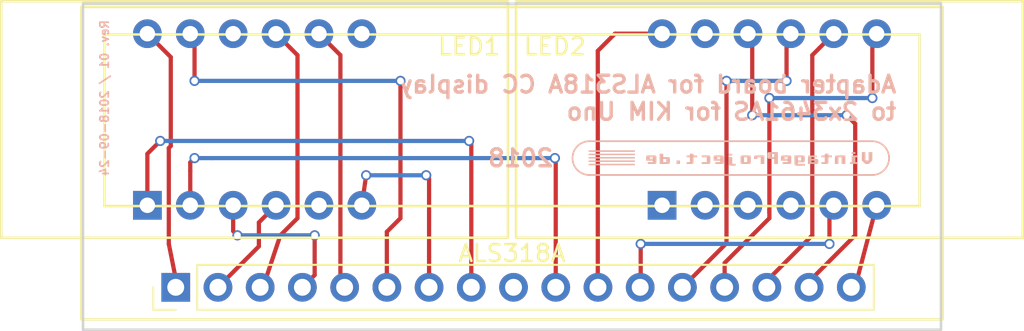
<source format=kicad_pcb>
(kicad_pcb (version 20171130) (host pcbnew "(5.0.0)")

  (general
    (thickness 1.6)
    (drawings 7)
    (tracks 95)
    (zones 0)
    (modules 4)
    (nets 26)
  )

  (page A4)
  (title_block
    (title "ALS318A to 2x 2364AS adapter board for KIM Uno")
    (date 2018-07-23)
    (rev 00)
    (company VintageProject)
  )

  (layers
    (0 F.Cu signal)
    (31 B.Cu signal)
    (32 B.Adhes user)
    (33 F.Adhes user)
    (34 B.Paste user)
    (35 F.Paste user)
    (36 B.SilkS user)
    (37 F.SilkS user)
    (38 B.Mask user)
    (39 F.Mask user)
    (40 Dwgs.User user)
    (41 Cmts.User user)
    (42 Eco1.User user)
    (43 Eco2.User user)
    (44 Edge.Cuts user)
    (45 Margin user)
    (46 B.CrtYd user)
    (47 F.CrtYd user)
    (48 B.Fab user)
    (49 F.Fab user)
  )

  (setup
    (last_trace_width 0.25)
    (trace_clearance 0.2)
    (zone_clearance 0.508)
    (zone_45_only no)
    (trace_min 0.2)
    (segment_width 0.2)
    (edge_width 0.15)
    (via_size 0.6)
    (via_drill 0.4)
    (via_min_size 0.4)
    (via_min_drill 0.3)
    (blind_buried_vias_allowed yes)
    (uvia_size 0.3)
    (uvia_drill 0.1)
    (uvias_allowed no)
    (uvia_min_size 0.2)
    (uvia_min_drill 0.1)
    (pcb_text_width 0.3)
    (pcb_text_size 1.5 1.5)
    (mod_edge_width 0.15)
    (mod_text_size 1 1)
    (mod_text_width 0.15)
    (pad_size 1.7 1.7)
    (pad_drill 0.9144)
    (pad_to_mask_clearance 0.2)
    (aux_axis_origin 0 0)
    (visible_elements 7FFFFFFF)
    (pcbplotparams
      (layerselection 0x010f0_ffffffff)
      (usegerberextensions false)
      (usegerberattributes false)
      (usegerberadvancedattributes false)
      (creategerberjobfile false)
      (excludeedgelayer true)
      (linewidth 0.100000)
      (plotframeref false)
      (viasonmask false)
      (mode 1)
      (useauxorigin false)
      (hpglpennumber 1)
      (hpglpenspeed 20)
      (hpglpendiameter 15.000000)
      (psnegative false)
      (psa4output false)
      (plotreference true)
      (plotvalue true)
      (plotinvisibletext false)
      (padsonsilk false)
      (subtractmaskfromsilk false)
      (outputformat 1)
      (mirror false)
      (drillshape 0)
      (scaleselection 1)
      (outputdirectory "Gerber_rev01/"))
  )

  (net 0 "")
  (net 1 /CC1)
  (net 2 /CC2)
  (net 3 /CC3)
  (net 4 /CC4)
  (net 5 /CC5)
  (net 6 /CC6)
  (net 7 /CC7)
  (net 8 /CC8)
  (net 9 /CC9)
  (net 10 /Seg_1c)
  (net 11 /Seg_1h)
  (net 12 /Seg_1a)
  (net 13 /Seg_1e)
  (net 14 /Seg_2d)
  (net 15 /Seg_2g)
  (net 16 /Seg_2b)
  (net 17 /Seg_2f)
  (net 18 /Seg_1d)
  (net 19 /Seg_1g)
  (net 20 /Seg_1b)
  (net 21 /Seg_1f)
  (net 22 /Seg_2e)
  (net 23 /Seg_2h)
  (net 24 /Seg_2c)
  (net 25 /Seg_2a)

  (net_class Default "This is the default net class."
    (clearance 0.2)
    (trace_width 0.25)
    (via_dia 0.6)
    (via_drill 0.4)
    (uvia_dia 0.3)
    (uvia_drill 0.1)
    (add_net /CC1)
    (add_net /CC2)
    (add_net /CC3)
    (add_net /CC4)
    (add_net /CC5)
    (add_net /CC6)
    (add_net /CC7)
    (add_net /CC8)
    (add_net /CC9)
    (add_net /Seg_1a)
    (add_net /Seg_1b)
    (add_net /Seg_1c)
    (add_net /Seg_1d)
    (add_net /Seg_1e)
    (add_net /Seg_1f)
    (add_net /Seg_1g)
    (add_net /Seg_1h)
    (add_net /Seg_2a)
    (add_net /Seg_2b)
    (add_net /Seg_2c)
    (add_net /Seg_2d)
    (add_net /Seg_2e)
    (add_net /Seg_2f)
    (add_net /Seg_2g)
    (add_net /Seg_2h)
  )

  (module Thilo_Lib:ALS318A_BubbleLED_2.5mm (layer F.Cu) (tedit 5BA92515) (tstamp 5BA9BEDE)
    (at 102.87 77.216)
    (descr "Through hole straight pin header, 1x17, 2.54mm pitch, single row")
    (tags "Through hole pin header THT 1x17 2.54mm single row")
    (path /5B558978)
    (fp_text reference J1 (at -5.08 -3.51) (layer F.SilkS) hide
      (effects (font (size 1 1) (thickness 0.15)))
    )
    (fp_text value ALS318A (at -1.27 -1.986) (layer F.SilkS)
      (effects (font (size 1 1) (thickness 0.15)))
    )
    (fp_line (start -22.98 -1.77) (end -22.98 1.83) (layer F.CrtYd) (width 0.05))
    (fp_line (start 20.63 -1.77) (end -22.98 -1.77) (layer F.CrtYd) (width 0.05))
    (fp_line (start 20.63 1.83) (end 20.63 -1.77) (layer F.CrtYd) (width 0.05))
    (fp_line (start -22.98 1.83) (end 20.63 1.83) (layer F.CrtYd) (width 0.05))
    (fp_line (start -22.51 1.36) (end -22.51 0.03) (layer F.SilkS) (width 0.12))
    (fp_line (start -21.18 1.36) (end -22.51 1.36) (layer F.SilkS) (width 0.12))
    (fp_line (start -19.91 1.36) (end -19.91 -1.3) (layer F.SilkS) (width 0.12))
    (fp_line (start -19.91 -1.3) (end 20.15 -1.3) (layer F.SilkS) (width 0.12))
    (fp_line (start -19.91 1.36) (end 20.15 1.36) (layer F.SilkS) (width 0.12))
    (fp_line (start 20.15 1.36) (end 20.15 -1.3) (layer F.SilkS) (width 0.12))
    (fp_line (start -21.815 1.3) (end -22.45 0.665) (layer F.Fab) (width 0.1))
    (fp_line (start 20.09 1.3) (end -22.455 1.3) (layer F.Fab) (width 0.1))
    (fp_line (start 20.09 -1.24) (end 20.09 1.3) (layer F.Fab) (width 0.1))
    (fp_line (start -22.46 -1.24) (end 20.09 -1.24) (layer F.Fab) (width 0.1))
    (fp_line (start -22.45 0.665) (end -22.45 -1.24) (layer F.Fab) (width 0.1))
    (fp_line (start -26.77 1.93) (end 24.23 1.93) (layer F.SilkS) (width 0.15))
    (fp_line (start -26.77 -16.57) (end 24.23 -16.57) (layer F.SilkS) (width 0.15))
    (fp_line (start 24.23 -16.57) (end 24.23 1.93) (layer F.SilkS) (width 0.15))
    (fp_line (start -26.77 -16.57) (end -26.77 1.93) (layer F.SilkS) (width 0.15))
    (fp_line (start -25.4 -4.78) (end -25.4 -14.94) (layer F.SilkS) (width 0.15))
    (fp_line (start 22.86 -4.78) (end -25.4 -4.78) (layer F.SilkS) (width 0.15))
    (fp_line (start 22.86 -14.94) (end 22.86 -4.78) (layer F.SilkS) (width 0.15))
    (fp_line (start -25.4 -14.94) (end 22.86 -14.94) (layer F.SilkS) (width 0.15))
    (pad 17 thru_hole oval (at 18.82 0.03 90) (size 1.7 1.7) (drill 1) (layers *.Cu *.Mask)
      (net 9 /CC9))
    (pad 16 thru_hole oval (at 16.32 0.03 90) (size 1.7 1.7) (drill 1) (layers *.Cu *.Mask)
      (net 17 /Seg_2f))
    (pad 15 thru_hole oval (at 13.82 0.03 90) (size 1.7 1.7) (drill 1) (layers *.Cu *.Mask)
      (net 8 /CC8))
    (pad 14 thru_hole oval (at 11.32 0.03 90) (size 1.7 1.7) (drill 1) (layers *.Cu *.Mask)
      (net 16 /Seg_2b))
    (pad 13 thru_hole oval (at 8.82 0.03 90) (size 1.7 1.7) (drill 1) (layers *.Cu *.Mask)
      (net 7 /CC7))
    (pad 12 thru_hole oval (at 6.32 0.03 90) (size 1.7 1.7) (drill 1) (layers *.Cu *.Mask)
      (net 15 /Seg_2g))
    (pad 11 thru_hole oval (at 3.82 0.03 90) (size 1.7 1.7) (drill 1) (layers *.Cu *.Mask)
      (net 6 /CC6))
    (pad 10 thru_hole oval (at 1.32 0.03 90) (size 1.7 1.7) (drill 1) (layers *.Cu *.Mask)
      (net 18 /Seg_1d))
    (pad 9 thru_hole oval (at -1.18 0.03 90) (size 1.7 1.7) (drill 1) (layers *.Cu *.Mask)
      (net 5 /CC5))
    (pad 8 thru_hole oval (at -3.68 0.03 90) (size 1.7 1.7) (drill 1) (layers *.Cu *.Mask)
      (net 13 /Seg_1e))
    (pad 7 thru_hole oval (at -6.18 0.03 90) (size 1.7 1.7) (drill 1) (layers *.Cu *.Mask)
      (net 4 /CC4))
    (pad 6 thru_hole oval (at -8.68 0.03 90) (size 1.7 1.7) (drill 1) (layers *.Cu *.Mask)
      (net 12 /Seg_1a))
    (pad 5 thru_hole oval (at -11.18 0.03 90) (size 1.7 1.7) (drill 1) (layers *.Cu *.Mask)
      (net 3 /CC3))
    (pad 4 thru_hole oval (at -13.68 0.03 90) (size 1.7 1.7) (drill 1) (layers *.Cu *.Mask)
      (net 11 /Seg_1h))
    (pad 3 thru_hole oval (at -16.18 0.03 90) (size 1.7 1.7) (drill 1) (layers *.Cu *.Mask)
      (net 2 /CC2))
    (pad 2 thru_hole oval (at -18.68 0.03 90) (size 1.7 1.7) (drill 1) (layers *.Cu *.Mask)
      (net 10 /Seg_1c))
    (pad 1 thru_hole rect (at -21.18 0.03 90) (size 1.7 1.7) (drill 1) (layers *.Cu *.Mask)
      (net 1 /CC1))
    (model ${KISYS3DMOD}/Pin_Headers.3dshapes/Pin_Header_Straight_1x17_Pitch2.54mm.wrl
      (at (xyz 0 0 0))
      (scale (xyz 1 1 1))
      (rotate (xyz 0 0 0))
    )
  )

  (module Thilo_Lib:3461AS-BS_4x7SEG-DIGIT_9mm (layer F.Cu) (tedit 5BA9250A) (tstamp 5B55AD6C)
    (at 86.36 67.31)
    (descr "LED Display 4x7 segments")
    (tags 3461AS)
    (path /5B557584)
    (fp_text reference LED1 (at 12.7 -4.318) (layer F.SilkS)
      (effects (font (size 1 1) (thickness 0.15)))
    )
    (fp_text value CC56-12 (at 0 8.89) (layer F.Fab) hide
      (effects (font (size 1 1) (thickness 0.15)))
    )
    (fp_line (start 0 -7) (end 15 -7) (layer F.SilkS) (width 0.15))
    (fp_line (start 15 -7) (end 15 7) (layer F.SilkS) (width 0.15))
    (fp_line (start 15 7) (end 0 7) (layer F.SilkS) (width 0.15))
    (fp_line (start -15 -7) (end -15 7) (layer F.SilkS) (width 0.15))
    (fp_line (start -15 7) (end 0 7) (layer F.SilkS) (width 0.15))
    (fp_line (start 0 -7) (end -15 -7) (layer F.SilkS) (width 0.15))
    (pad 1 thru_hole rect (at -6.35 5.08) (size 1.7 1.7) (drill 0.9144) (layers *.Cu *.Mask)
      (net 13 /Seg_1e))
    (pad 2 thru_hole circle (at -3.81 5.08) (size 1.7 1.7) (drill 0.9144) (layers *.Cu *.Mask)
      (net 18 /Seg_1d))
    (pad 3 thru_hole circle (at -1.27 5.08) (size 1.7 1.7) (drill 0.9144) (layers *.Cu *.Mask)
      (net 11 /Seg_1h))
    (pad 4 thru_hole circle (at 1.27 5.08) (size 1.7 1.7) (drill 0.9144) (layers *.Cu *.Mask)
      (net 10 /Seg_1c))
    (pad 5 thru_hole circle (at 3.81 5.08) (size 1.7 1.7) (drill 0.9144) (layers *.Cu *.Mask)
      (net 19 /Seg_1g))
    (pad 6 thru_hole circle (at 6.35 5.08) (size 1.7 1.7) (drill 0.9144) (layers *.Cu *.Mask)
      (net 4 /CC4))
    (pad 7 thru_hole circle (at 6.35 -5.08) (size 1.7 1.7) (drill 0.9144) (layers *.Cu *.Mask)
      (net 20 /Seg_1b))
    (pad 8 thru_hole circle (at 3.81 -5.08) (size 1.7 1.7) (drill 0.9144) (layers *.Cu *.Mask)
      (net 3 /CC3))
    (pad 12 thru_hole circle (at -6.35 -5.08) (size 1.7 1.7) (drill 0.9144) (layers *.Cu *.Mask)
      (net 1 /CC1))
    (pad 11 thru_hole circle (at -3.81 -5.08) (size 1.7 1.7) (drill 0.9144) (layers *.Cu *.Mask)
      (net 12 /Seg_1a))
    (pad 10 thru_hole circle (at -1.27 -5.08) (size 1.7 1.7) (drill 0.9144) (layers *.Cu *.Mask)
      (net 21 /Seg_1f))
    (pad 9 thru_hole circle (at 1.27 -5.08) (size 1.7 1.7) (drill 0.9144) (layers *.Cu *.Mask)
      (net 2 /CC2))
  )

  (module Thilo_Lib:3461AS-BS_4x7SEG-DIGIT_9mm (layer F.Cu) (tedit 5BA9250E) (tstamp 5B55AD82)
    (at 116.84 67.31)
    (descr "LED Display 4x7 segments")
    (tags 3461AS)
    (path /5B557602)
    (fp_text reference LED2 (at -12.7 -4.318) (layer F.SilkS)
      (effects (font (size 1 1) (thickness 0.15)))
    )
    (fp_text value CC56-12 (at 0 8.89) (layer F.Fab) hide
      (effects (font (size 1 1) (thickness 0.15)))
    )
    (fp_line (start 0 -7) (end 15 -7) (layer F.SilkS) (width 0.15))
    (fp_line (start 15 -7) (end 15 7) (layer F.SilkS) (width 0.15))
    (fp_line (start 15 7) (end 0 7) (layer F.SilkS) (width 0.15))
    (fp_line (start -15 -7) (end -15 7) (layer F.SilkS) (width 0.15))
    (fp_line (start -15 7) (end 0 7) (layer F.SilkS) (width 0.15))
    (fp_line (start 0 -7) (end -15 -7) (layer F.SilkS) (width 0.15))
    (pad 1 thru_hole rect (at -6.35 5.08) (size 1.7 1.7) (drill 0.9144) (layers *.Cu *.Mask)
      (net 22 /Seg_2e))
    (pad 2 thru_hole circle (at -3.81 5.08) (size 1.7 1.7) (drill 0.9144) (layers *.Cu *.Mask)
      (net 14 /Seg_2d))
    (pad 3 thru_hole circle (at -1.27 5.08) (size 1.7 1.7) (drill 0.9144) (layers *.Cu *.Mask)
      (net 23 /Seg_2h))
    (pad 4 thru_hole circle (at 1.27 5.08) (size 1.7 1.7) (drill 0.9144) (layers *.Cu *.Mask)
      (net 24 /Seg_2c))
    (pad 5 thru_hole circle (at 3.81 5.08) (size 1.7 1.7) (drill 0.9144) (layers *.Cu *.Mask)
      (net 15 /Seg_2g))
    (pad 6 thru_hole circle (at 6.35 5.08) (size 1.7 1.7) (drill 0.9144) (layers *.Cu *.Mask)
      (net 9 /CC9))
    (pad 7 thru_hole circle (at 6.35 -5.08) (size 1.7 1.7) (drill 0.9144) (layers *.Cu *.Mask)
      (net 16 /Seg_2b))
    (pad 8 thru_hole circle (at 3.81 -5.08) (size 1.7 1.7) (drill 0.9144) (layers *.Cu *.Mask)
      (net 8 /CC8))
    (pad 12 thru_hole circle (at -6.35 -5.08) (size 1.7 1.7) (drill 0.9144) (layers *.Cu *.Mask)
      (net 6 /CC6))
    (pad 11 thru_hole circle (at -3.81 -5.08) (size 1.7 1.7) (drill 0.9144) (layers *.Cu *.Mask)
      (net 25 /Seg_2a))
    (pad 10 thru_hole circle (at -1.27 -5.08) (size 1.7 1.7) (drill 0.9144) (layers *.Cu *.Mask)
      (net 17 /Seg_2f))
    (pad 9 thru_hole circle (at 1.27 -5.08) (size 1.7 1.7) (drill 0.9144) (layers *.Cu *.Mask)
      (net 7 /CC7))
  )

  (module Thilo_Lib:LOGO_VintageProject_B.SilkS (layer F.Cu) (tedit 5B57178C) (tstamp 5B574EF6)
    (at 115.824 69.596)
    (fp_text reference " " (at -1.27 0) (layer F.SilkS) hide
      (effects (font (size 1.524 1.524) (thickness 0.3)))
    )
    (fp_text value " " (at 0 2.54) (layer F.SilkS) hide
      (effects (font (size 1.524 1.524) (thickness 0.3)))
    )
    (fp_arc (start -9.642929 0) (end -9.642929 -1) (angle -180) (layer B.SilkS) (width 0.1))
    (fp_line (start 7.102929 1) (end -9.642929 1) (layer B.SilkS) (width 0.1))
    (fp_line (start 7.102929 -1) (end -9.642929 -1) (layer B.SilkS) (width 0.1))
    (fp_arc (start 7.102929 0) (end 7.102929 -1) (angle 180) (layer B.SilkS) (width 0.1))
    (fp_poly (pts (xy 2.503714 0.102968) (xy 2.504098 0.189799) (xy 2.505227 0.262355) (xy 2.50707 0.319734)
      (xy 2.509595 0.361036) (xy 2.512771 0.385358) (xy 2.513769 0.388993) (xy 2.519694 0.403898)
      (xy 2.527251 0.415868) (xy 2.538344 0.425226) (xy 2.554878 0.43229) (xy 2.578757 0.437383)
      (xy 2.611886 0.440825) (xy 2.656171 0.442936) (xy 2.713515 0.444037) (xy 2.785823 0.44445)
      (xy 2.843442 0.4445) (xy 3.1115 0.4445) (xy 3.1115 0.344714) (xy 2.703286 0.344714)
      (xy 2.703286 0.246007) (xy 2.880982 0.2432) (xy 3.058679 0.240393) (xy 3.080554 0.214941)
      (xy 3.088706 0.204717) (xy 3.094524 0.193981) (xy 3.098395 0.179656) (xy 3.100704 0.158668)
      (xy 3.101834 0.12794) (xy 3.102173 0.084399) (xy 3.10214 0.042584) (xy 3.101392 -0.022388)
      (xy 3.100053 -0.054429) (xy 2.902857 -0.054429) (xy 2.902857 0.145143) (xy 2.703286 0.145143)
      (xy 2.703286 -0.054429) (xy 2.902857 -0.054429) (xy 3.100053 -0.054429) (xy 3.099394 -0.070172)
      (xy 3.096083 -0.101687) (xy 3.091393 -0.117849) (xy 3.090801 -0.118715) (xy 3.082271 -0.128548)
      (xy 3.072081 -0.136382) (xy 3.058204 -0.142444) (xy 3.038616 -0.146959) (xy 3.011292 -0.150152)
      (xy 2.974207 -0.152248) (xy 2.925334 -0.153473) (xy 2.86265 -0.154053) (xy 2.784129 -0.154213)
      (xy 2.771918 -0.154214) (xy 2.503714 -0.154214) (xy 2.503714 0.102968)) (layer B.SilkS) (width 0.01))
    (fp_poly (pts (xy -1.387929 0.152861) (xy -1.387459 0.226555) (xy -1.386101 0.288867) (xy -1.383927 0.33806)
      (xy -1.381011 0.372396) (xy -1.377874 0.388993) (xy -1.369918 0.407073) (xy -1.358726 0.42079)
      (xy -1.341914 0.430731) (xy -1.317098 0.437483) (xy -1.281893 0.441633) (xy -1.233918 0.443769)
      (xy -1.170787 0.444477) (xy -1.152522 0.4445) (xy -0.988786 0.4445) (xy -0.988786 0.344714)
      (xy -1.188357 0.344714) (xy -1.188357 -0.054429) (xy -1.387929 -0.054429) (xy -1.387929 0.152861)) (layer B.SilkS) (width 0.01))
    (fp_poly (pts (xy -9.688286 0.417286) (xy -6.948714 0.417286) (xy -6.948714 0.344714) (xy -9.688286 0.344714)
      (xy -9.688286 0.417286)) (layer B.SilkS) (width 0.01))
    (fp_poly (pts (xy 6.894286 0.145757) (xy 6.69925 0.140607) (xy 6.696836 -0.106589) (xy 6.694423 -0.353786)
      (xy 6.495143 -0.353786) (xy 6.495143 0.140903) (xy 6.597338 0.242809) (xy 6.699534 0.344714)
      (xy 6.899117 0.344714) (xy 7.001023 0.242519) (xy 7.102929 0.140323) (xy 7.102929 -0.353786)
      (xy 6.894286 -0.353786) (xy 6.894286 0.145757)) (layer B.SilkS) (width 0.01))
    (fp_poly (pts (xy 5.896429 0.244929) (xy 5.796643 0.244929) (xy 5.796643 0.344714) (xy 6.204857 0.344714)
      (xy 6.204857 0.244929) (xy 6.105072 0.244929) (xy 6.105072 -0.054429) (xy 6.204857 -0.054429)
      (xy 6.204857 -0.154214) (xy 5.896429 -0.154214) (xy 5.896429 0.244929)) (layer B.SilkS) (width 0.01))
    (fp_poly (pts (xy 5.236482 -0.15408) (xy 5.151378 -0.153806) (xy 5.082964 -0.153036) (xy 5.029795 -0.151714)
      (xy 4.990424 -0.149782) (xy 4.963403 -0.147184) (xy 4.947288 -0.143863) (xy 4.943929 -0.142505)
      (xy 4.930806 -0.133842) (xy 4.920494 -0.121238) (xy 4.912662 -0.102614) (xy 4.906975 -0.07589)
      (xy 4.903103 -0.038986) (xy 4.900714 0.010178) (xy 4.899475 0.073681) (xy 4.899084 0.138339)
      (xy 4.898572 0.344714) (xy 5.098143 0.344714) (xy 5.098143 -0.054429) (xy 5.297714 -0.054429)
      (xy 5.297714 0.344714) (xy 5.506357 0.344714) (xy 5.506357 -0.154214) (xy 5.236482 -0.15408)) (layer B.SilkS) (width 0.01))
    (fp_poly (pts (xy 4.299857 -0.154214) (xy 4.100286 -0.154214) (xy 4.100286 -0.054429) (xy 4.299857 -0.054429)
      (xy 4.299857 0.244929) (xy 4.100286 0.244929) (xy 4.100286 0.344714) (xy 4.265839 0.344139)
      (xy 4.320117 0.343528) (xy 4.369174 0.342182) (xy 4.409696 0.340256) (xy 4.438366 0.337903)
      (xy 4.451275 0.335556) (xy 4.467888 0.327109) (xy 4.480592 0.315277) (xy 4.489989 0.297645)
      (xy 4.496679 0.271798) (xy 4.501263 0.235321) (xy 4.504342 0.185799) (xy 4.506516 0.120817)
      (xy 4.506726 0.112611) (xy 4.510911 -0.054429) (xy 4.708072 -0.054429) (xy 4.708072 -0.154214)
      (xy 4.5085 -0.154214) (xy 4.5085 -0.254) (xy 4.299857 -0.254) (xy 4.299857 -0.154214)) (layer B.SilkS) (width 0.01))
    (fp_poly (pts (xy 3.508532 -0.153795) (xy 3.444124 -0.152565) (xy 3.394909 -0.150564) (xy 3.361868 -0.147831)
      (xy 3.345993 -0.144413) (xy 3.332894 -0.135374) (xy 3.322628 -0.12251) (xy 3.314863 -0.103718)
      (xy 3.309269 -0.076895) (xy 3.305518 -0.03994) (xy 3.303278 0.009252) (xy 3.302219 0.072781)
      (xy 3.302 0.13578) (xy 3.302 0.344714) (xy 3.846 0.344714) (xy 3.875415 0.318432)
      (xy 3.888792 0.305924) (xy 3.897347 0.294406) (xy 3.902169 0.279589) (xy 3.904347 0.257185)
      (xy 3.904973 0.222907) (xy 3.90504 0.201888) (xy 3.903684 0.148125) (xy 3.903301 0.145143)
      (xy 3.701143 0.145143) (xy 3.701143 0.244929) (xy 3.501571 0.244929) (xy 3.501571 0.145143)
      (xy 3.701143 0.145143) (xy 3.903301 0.145143) (xy 3.898695 0.109324) (xy 3.889125 0.082507)
      (xy 3.874026 0.064692) (xy 3.858469 0.055431) (xy 3.840447 0.051583) (xy 3.806247 0.048569)
      (xy 3.757818 0.046493) (xy 3.697111 0.045457) (xy 3.668966 0.045357) (xy 3.501571 0.045357)
      (xy 3.501571 -0.054429) (xy 3.81 -0.054429) (xy 3.81 -0.154214) (xy 3.587154 -0.154214)
      (xy 3.508532 -0.153795)) (layer B.SilkS) (width 0.01))
    (fp_poly (pts (xy 1.94431 -0.154376) (xy 1.887044 -0.15357) (xy 1.835879 -0.152165) (xy 1.793841 -0.150159)
      (xy 1.763958 -0.147546) (xy 1.749421 -0.144413) (xy 1.731899 -0.129725) (xy 1.719283 -0.105753)
      (xy 1.711029 -0.070276) (xy 1.706598 -0.021071) (xy 1.705429 0.035994) (xy 1.705429 0.145143)
      (xy 2.104572 0.145143) (xy 2.104572 0.244929) (xy 1.805214 0.244929) (xy 1.805214 0.344714)
      (xy 2.25111 0.344714) (xy 2.304143 0.291681) (xy 2.303854 0.09368) (xy 2.303617 0.025653)
      (xy 2.302847 -0.026616) (xy 2.301612 -0.054429) (xy 2.104572 -0.054429) (xy 2.104572 0.045357)
      (xy 1.905 0.045357) (xy 1.905 -0.054429) (xy 2.104572 -0.054429) (xy 2.301612 -0.054429)
      (xy 2.30112 -0.065509) (xy 2.298013 -0.093411) (xy 2.2931 -0.112705) (xy 2.285959 -0.125776)
      (xy 2.276166 -0.135006) (xy 2.263296 -0.14278) (xy 2.26165 -0.143661) (xy 2.246458 -0.146914)
      (xy 2.216172 -0.1496) (xy 2.173821 -0.151715) (xy 2.122431 -0.153255) (xy 2.065031 -0.154214)
      (xy 2.004648 -0.15459) (xy 1.94431 -0.154376)) (layer B.SilkS) (width 0.01))
    (fp_poly (pts (xy 1.151746 -0.353442) (xy 1.077415 -0.352421) (xy 1.019651 -0.350738) (xy 0.978912 -0.348409)
      (xy 0.955652 -0.345449) (xy 0.951136 -0.343984) (xy 0.934201 -0.330156) (xy 0.921875 -0.307922)
      (xy 0.913621 -0.274985) (xy 0.908901 -0.229045) (xy 0.907177 -0.167802) (xy 0.907143 -0.155859)
      (xy 0.907609 -0.095362) (xy 0.910366 -0.048395) (xy 0.917451 -0.013246) (xy 0.930903 0.011798)
      (xy 0.952759 0.028448) (xy 0.985057 0.038417) (xy 1.029835 0.043416) (xy 1.089131 0.045158)
      (xy 1.146639 0.045357) (xy 1.306286 0.045357) (xy 1.306286 0.344714) (xy 1.514929 0.344714)
      (xy 1.514929 -0.254) (xy 1.306286 -0.254) (xy 1.306286 -0.054429) (xy 1.106714 -0.054429)
      (xy 1.106714 -0.254) (xy 1.306286 -0.254) (xy 1.514929 -0.254) (xy 1.514929 -0.353786)
      (xy 1.242189 -0.353786) (xy 1.151746 -0.353442)) (layer B.SilkS) (width 0.01))
    (fp_poly (pts (xy 0.34995 -0.153865) (xy 0.276495 -0.152828) (xy 0.219496 -0.15112) (xy 0.179449 -0.148758)
      (xy 0.156846 -0.145759) (xy 0.15285 -0.144413) (xy 0.132004 -0.123504) (xy 0.117352 -0.087796)
      (xy 0.109751 -0.039824) (xy 0.108857 -0.013898) (xy 0.108857 0.045357) (xy 0.308429 0.045357)
      (xy 0.308429 -0.054429) (xy 0.508 -0.054429) (xy 0.508 0.344714) (xy 0.707572 0.344714)
      (xy 0.707572 -0.154214) (xy 0.439368 -0.154214) (xy 0.34995 -0.153865)) (layer B.SilkS) (width 0.01))
    (fp_poly (pts (xy -0.452593 -0.15422) (xy -0.509662 -0.153378) (xy -0.560528 -0.151963) (xy -0.602172 -0.14997)
      (xy -0.631575 -0.147399) (xy -0.645436 -0.144413) (xy -0.659841 -0.1339) (xy -0.67084 -0.118241)
      (xy -0.67885 -0.09517) (xy -0.68429 -0.062418) (xy -0.687581 -0.017716) (xy -0.689142 0.041201)
      (xy -0.689429 0.093605) (xy -0.68886 0.155346) (xy -0.687249 0.208882) (xy -0.684739 0.251422)
      (xy -0.681475 0.280176) (xy -0.679374 0.289208) (xy -0.672878 0.305086) (xy -0.664351 0.317616)
      (xy -0.651742 0.327186) (xy -0.633 0.334182) (xy -0.606074 0.338992) (xy -0.568913 0.342002)
      (xy -0.519467 0.3436) (xy -0.455684 0.344172) (xy -0.388254 0.344139) (xy -0.32456 0.34368)
      (xy -0.266104 0.34269) (xy -0.21558 0.34126) (xy -0.175683 0.339482) (xy -0.149107 0.337447)
      (xy -0.13931 0.335719) (xy -0.123972 0.328367) (xy -0.112235 0.318717) (xy -0.103622 0.304438)
      (xy -0.097655 0.283199) (xy -0.093859 0.25267) (xy -0.091755 0.21052) (xy -0.090868 0.154418)
      (xy -0.090714 0.098194) (xy -0.091008 0.028003) (xy -0.092154 -0.026328) (xy -0.093805 -0.054429)
      (xy -0.290286 -0.054429) (xy -0.290286 0.244929) (xy -0.489857 0.244929) (xy -0.489857 -0.054429)
      (xy -0.290286 -0.054429) (xy -0.093805 -0.054429) (xy -0.094549 -0.067077) (xy -0.09859 -0.096521)
      (xy -0.104674 -0.116938) (xy -0.113198 -0.130605) (xy -0.12456 -0.139799) (xy -0.132963 -0.144142)
      (xy -0.148939 -0.147281) (xy -0.179841 -0.149856) (xy -0.22265 -0.151866) (xy -0.274348 -0.153309)
      (xy -0.331917 -0.154183) (xy -0.392338 -0.154487) (xy -0.452593 -0.15422)) (layer B.SilkS) (width 0.01))
    (fp_poly (pts (xy -2.049164 -0.15422) (xy -2.106234 -0.153378) (xy -2.157099 -0.151963) (xy -2.198743 -0.14997)
      (xy -2.228147 -0.147399) (xy -2.242007 -0.144413) (xy -2.259529 -0.129725) (xy -2.272146 -0.105753)
      (xy -2.280399 -0.070276) (xy -2.284831 -0.021071) (xy -2.286 0.035994) (xy -2.286 0.145143)
      (xy -1.886857 0.145143) (xy -1.886857 0.244929) (xy -2.186214 0.244929) (xy -2.186214 0.344714)
      (xy -1.970768 0.344139) (xy -1.909037 0.343655) (xy -1.852551 0.342608) (xy -1.80411 0.341099)
      (xy -1.766515 0.339228) (xy -1.742566 0.337095) (xy -1.735881 0.335719) (xy -1.720544 0.328367)
      (xy -1.708806 0.318717) (xy -1.700193 0.304438) (xy -1.694227 0.283199) (xy -1.69043 0.25267)
      (xy -1.688327 0.21052) (xy -1.68744 0.154418) (xy -1.687286 0.098194) (xy -1.687579 0.028003)
      (xy -1.688725 -0.026328) (xy -1.690376 -0.054429) (xy -1.886857 -0.054429) (xy -1.886857 0.045357)
      (xy -2.086429 0.045357) (xy -2.086429 -0.054429) (xy -1.886857 -0.054429) (xy -1.690376 -0.054429)
      (xy -1.69112 -0.067077) (xy -1.695161 -0.096521) (xy -1.701245 -0.116938) (xy -1.70977 -0.130605)
      (xy -1.721131 -0.139799) (xy -1.729534 -0.144142) (xy -1.74551 -0.147281) (xy -1.776412 -0.149856)
      (xy -1.819221 -0.151866) (xy -1.87092 -0.153309) (xy -1.928489 -0.154183) (xy -1.98891 -0.154487)
      (xy -2.049164 -0.15422)) (layer B.SilkS) (width 0.01))
    (fp_poly (pts (xy -2.9845 -0.054429) (xy -2.685143 -0.054429) (xy -2.685143 0.244929) (xy -2.9845 0.244929)
      (xy -2.9845 0.344714) (xy -2.769054 0.344139) (xy -2.707323 0.343655) (xy -2.650837 0.342608)
      (xy -2.602396 0.341099) (xy -2.564801 0.339228) (xy -2.540852 0.337095) (xy -2.534167 0.335719)
      (xy -2.518829 0.328367) (xy -2.507092 0.318717) (xy -2.498479 0.304438) (xy -2.492512 0.283199)
      (xy -2.488716 0.25267) (xy -2.486613 0.21052) (xy -2.485726 0.154418) (xy -2.485571 0.098194)
      (xy -2.485865 0.028003) (xy -2.487011 -0.026328) (xy -2.489406 -0.067077) (xy -2.493447 -0.096521)
      (xy -2.499531 -0.116938) (xy -2.508055 -0.130605) (xy -2.519417 -0.139799) (xy -2.52782 -0.144142)
      (xy -2.54555 -0.14778) (xy -2.580549 -0.150641) (xy -2.631958 -0.152689) (xy -2.698918 -0.153889)
      (xy -2.767212 -0.154214) (xy -2.9845 -0.154214) (xy -2.9845 -0.054429)) (layer B.SilkS) (width 0.01))
    (fp_poly (pts (xy -3.683 -0.154214) (xy -3.882571 -0.154214) (xy -3.882571 -0.054429) (xy -3.683 -0.054429)
      (xy -3.683 0.244929) (xy -3.882571 0.244929) (xy -3.882571 0.344714) (xy -3.717018 0.344139)
      (xy -3.66278 0.343537) (xy -3.613799 0.342216) (xy -3.573381 0.340328) (xy -3.544831 0.338022)
      (xy -3.532024 0.335719) (xy -3.516063 0.327916) (xy -3.504011 0.317482) (xy -3.495327 0.301971)
      (xy -3.48947 0.278938) (xy -3.485901 0.245937) (xy -3.484078 0.200523) (xy -3.48346 0.14025)
      (xy -3.483428 0.11591) (xy -3.483428 -0.054429) (xy -3.283857 -0.054429) (xy -3.283857 -0.154214)
      (xy -3.483428 -0.154214) (xy -3.483428 -0.254) (xy -3.683 -0.254) (xy -3.683 -0.154214)) (layer B.SilkS) (width 0.01))
    (fp_poly (pts (xy -4.481286 0.344714) (xy -4.281714 0.344714) (xy -4.281714 0.145143) (xy -4.481286 0.145143)
      (xy -4.481286 0.344714)) (layer B.SilkS) (width 0.01))
    (fp_poly (pts (xy -5.479143 0.344714) (xy -5.213803 0.344139) (xy -5.145343 0.343731) (xy -5.082101 0.342859)
      (xy -5.026545 0.341598) (xy -4.981148 0.340018) (xy -4.948378 0.338195) (xy -4.930707 0.3362)
      (xy -4.929024 0.335719) (xy -4.911937 0.327058) (xy -4.899343 0.315091) (xy -4.890577 0.297174)
      (xy -4.884973 0.270659) (xy -4.881866 0.232901) (xy -4.880591 0.181253) (xy -4.880428 0.142427)
      (xy -4.880428 0.045357) (xy -5.08 0.045357) (xy -5.08 0.244929) (xy -5.279571 0.244929)
      (xy -5.279571 0.045357) (xy -5.08 0.045357) (xy -4.880428 0.045357) (xy -4.880428 -0.001396)
      (xy -4.906945 -0.027912) (xy -4.933461 -0.054429) (xy -5.279571 -0.054429) (xy -5.279571 -0.254)
      (xy -5.479143 -0.254) (xy -5.479143 0.344714)) (layer B.SilkS) (width 0.01))
    (fp_poly (pts (xy -6.247441 -0.132343) (xy -6.257485 -0.123215) (xy -6.264538 -0.113842) (xy -6.269219 -0.100952)
      (xy -6.272149 -0.081274) (xy -6.273948 -0.051539) (xy -6.275239 -0.008476) (xy -6.275846 0.017336)
      (xy -6.2788 0.145143) (xy -5.878286 0.145143) (xy -5.878286 0.244929) (xy -6.177643 0.244929)
      (xy -6.177643 0.344714) (xy -5.962196 0.344139) (xy -5.900466 0.343655) (xy -5.84398 0.342608)
      (xy -5.795539 0.341099) (xy -5.757944 0.339228) (xy -5.733995 0.337095) (xy -5.72731 0.335719)
      (xy -5.712154 0.328496) (xy -5.700512 0.319067) (xy -5.691922 0.305135) (xy -5.685928 0.284404)
      (xy -5.682069 0.254577) (xy -5.679886 0.213355) (xy -5.678921 0.158443) (xy -5.678714 0.092534)
      (xy -5.678714 -0.054429) (xy -5.878286 -0.054429) (xy -5.878286 0.045357) (xy -6.077857 0.045357)
      (xy -6.077857 -0.054429) (xy -5.878286 -0.054429) (xy -5.678714 -0.054429) (xy -5.678714 -0.101181)
      (xy -5.731747 -0.154214) (xy -6.221988 -0.154214) (xy -6.247441 -0.132343)) (layer B.SilkS) (width 0.01))
    (fp_poly (pts (xy -9.688286 0.217714) (xy -6.948714 0.217714) (xy -6.948714 0.145143) (xy -9.688286 0.145143)
      (xy -9.688286 0.217714)) (layer B.SilkS) (width 0.01))
    (fp_poly (pts (xy -9.688286 0.018143) (xy -6.948714 0.018143) (xy -6.948714 -0.054429) (xy -9.688286 -0.054429)
      (xy -9.688286 0.018143)) (layer B.SilkS) (width 0.01))
    (fp_poly (pts (xy -1.387929 -0.154214) (xy -1.188357 -0.154214) (xy -1.188357 -0.254) (xy -1.387929 -0.254)
      (xy -1.387929 -0.154214)) (layer B.SilkS) (width 0.01))
    (fp_poly (pts (xy -9.688286 -0.181429) (xy -6.948714 -0.181429) (xy -6.948714 -0.254) (xy -9.688286 -0.254)
      (xy -9.688286 -0.181429)) (layer B.SilkS) (width 0.01))
    (fp_poly (pts (xy 5.896429 -0.254) (xy 6.105072 -0.254) (xy 6.105072 -0.353786) (xy 5.896429 -0.353786)
      (xy 5.896429 -0.254)) (layer B.SilkS) (width 0.01))
    (fp_poly (pts (xy -9.688286 -0.381) (xy -6.948714 -0.381) (xy -6.948714 -0.453571) (xy -9.688286 -0.453571)
      (xy -9.688286 -0.381)) (layer B.SilkS) (width 0.01))
  )

  (gr_line (start 76.2 60.452) (end 76.2 79.756) (layer Edge.Cuts) (width 0.15))
  (gr_line (start 76.2 60.452) (end 127 60.452) (layer Edge.Cuts) (width 0.15))
  (gr_line (start 76.2 79.756) (end 127 79.756) (layer Edge.Cuts) (width 0.15))
  (gr_line (start 127 79.75) (end 127 60.452) (angle 90) (layer Edge.Cuts) (width 0.15) (tstamp 5B55FD0F))
  (gr_text "Rev. 01 / 2018-09-24" (at 77.47 66.04 90) (layer B.SilkS)
    (effects (font (size 0.5 0.5) (thickness 0.1)) (justify mirror))
  )
  (gr_text "Adapter board for ALS318A CC display\nto 2x3461AS for KIM Uno" (at 124.46 66.04) (layer B.SilkS)
    (effects (font (size 1 1) (thickness 0.2)) (justify left mirror))
  )
  (gr_text 2018 (at 100.076 69.596) (layer B.SilkS)
    (effects (font (size 1 1) (thickness 0.2)) (justify right mirror))
  )

  (segment (start 81.28 74.676) (end 81.788 77.216) (width 0.25) (layer F.Cu) (net 1))
  (segment (start 81.28 68.997002) (end 81.28 74.676) (width 0.25) (layer F.Cu) (net 1))
  (segment (start 81.397001 68.880001) (end 81.28 68.997002) (width 0.25) (layer F.Cu) (net 1))
  (segment (start 80.01 62.23) (end 81.397001 63.617001) (width 0.25) (layer F.Cu) (net 1))
  (segment (start 81.397001 63.617001) (end 81.397001 68.880001) (width 0.25) (layer F.Cu) (net 1))
  (segment (start 87.376 62.484) (end 87.63 62.23) (width 0.25) (layer F.Cu) (net 2))
  (segment (start 88.479999 63.079999) (end 87.63 62.23) (width 0.25) (layer F.Cu) (net 2))
  (segment (start 88.9 63.5) (end 88.479999 63.079999) (width 0.25) (layer F.Cu) (net 2))
  (segment (start 88.9 73.152) (end 88.9 63.5) (width 0.25) (layer F.Cu) (net 2))
  (segment (start 86.868 77.216) (end 87.884 74.168) (width 0.25) (layer F.Cu) (net 2))
  (segment (start 87.884 74.168) (end 88.9 73.152) (width 0.25) (layer F.Cu) (net 2))
  (segment (start 91.44 63.5) (end 90.17 62.23) (width 0.25) (layer F.Cu) (net 3))
  (segment (start 91.44 77.216) (end 91.44 63.5) (width 0.25) (layer F.Cu) (net 3))
  (via blind (at 92.964 70.612) (size 0.6) (drill 0.4) (layers F.Cu B.Cu) (net 4))
  (via blind (at 96.52 70.612) (size 0.6) (drill 0.4) (layers F.Cu B.Cu) (net 4))
  (segment (start 92.71 72.39) (end 92.964 70.612) (width 0.25) (layer F.Cu) (net 4))
  (segment (start 96.69 77.246) (end 96.69 75.414) (width 0.25) (layer F.Cu) (net 4))
  (segment (start 96.69 75.414) (end 96.69 70.782) (width 0.25) (layer F.Cu) (net 4))
  (segment (start 92.964 70.612) (end 96.52 70.612) (width 0.25) (layer B.Cu) (net 4))
  (segment (start 106.68 77.2) (end 106.68 63.246) (width 0.25) (layer F.Cu) (net 6))
  (segment (start 107.696 62.23) (end 106.68 63.246) (width 0.25) (layer F.Cu) (net 6))
  (segment (start 110.49 62.23) (end 107.696 62.23) (width 0.25) (layer F.Cu) (net 6))
  (via blind (at 114.3 65.024) (size 0.6) (drill 0.4) (layers F.Cu B.Cu) (net 7))
  (segment (start 114.3 65.024) (end 117.856 65.024) (width 0.25) (layer B.Cu) (net 7))
  (via blind (at 117.856 65.024) (size 0.6) (drill 0.4) (layers F.Cu B.Cu) (net 7))
  (segment (start 117.856 62.484) (end 118.11 62.23) (width 0.25) (layer F.Cu) (net 7))
  (segment (start 117.856 65.024) (end 117.856 62.484) (width 0.25) (layer F.Cu) (net 7))
  (segment (start 114.3 74.636) (end 111.69 77.246) (width 0.25) (layer F.Cu) (net 7))
  (segment (start 114.3 65.024) (end 114.3 74.636) (width 0.25) (layer F.Cu) (net 7))
  (segment (start 119.800001 63.079999) (end 120.65 62.23) (width 0.25) (layer F.Cu) (net 8))
  (segment (start 119.38 63.5) (end 119.800001 63.079999) (width 0.25) (layer F.Cu) (net 8))
  (segment (start 116.69 77.246) (end 116.69 76.858) (width 0.25) (layer F.Cu) (net 8))
  (segment (start 119.38 74.168) (end 119.38 63.5) (width 0.25) (layer F.Cu) (net 8))
  (segment (start 116.69 76.858) (end 119.38 74.168) (width 0.25) (layer F.Cu) (net 8))
  (segment (start 123.19 72.39) (end 121.92 77.216) (width 0.25) (layer F.Cu) (net 9))
  (segment (start 86.614001 74.821999) (end 84.19 77.246) (width 0.25) (layer F.Cu) (net 10))
  (segment (start 87.63 72.39) (end 86.614001 73.405999) (width 0.25) (layer F.Cu) (net 10))
  (segment (start 86.614001 73.405999) (end 86.614001 74.821999) (width 0.25) (layer F.Cu) (net 10))
  (via blind (at 85.344 74.168) (size 0.6) (drill 0.4) (layers F.Cu B.Cu) (net 11))
  (segment (start 85.09 72.39) (end 85.09 73.914) (width 0.25) (layer F.Cu) (net 11))
  (segment (start 85.09 73.914) (end 85.344 74.168) (width 0.25) (layer F.Cu) (net 11))
  (via blind (at 89.916 74.168) (size 0.6) (drill 0.4) (layers F.Cu B.Cu) (net 11))
  (segment (start 85.344 74.168) (end 89.916 74.168) (width 0.25) (layer B.Cu) (net 11))
  (segment (start 89.916 76.52) (end 89.19 77.246) (width 0.25) (layer F.Cu) (net 11))
  (segment (start 89.916 74.168) (end 89.916 76.52) (width 0.25) (layer F.Cu) (net 11))
  (via blind (at 94.996 65.024) (size 0.6) (drill 0.4) (layers F.Cu B.Cu) (net 12))
  (via blind (at 82.804 65.024) (size 0.6) (drill 0.4) (layers F.Cu B.Cu) (net 12))
  (segment (start 82.804 62.484) (end 82.55 62.23) (width 0.25) (layer F.Cu) (net 12))
  (segment (start 82.804 65.024) (end 82.804 62.484) (width 0.25) (layer F.Cu) (net 12))
  (segment (start 94.19 77.246) (end 94.19 73.958) (width 0.25) (layer F.Cu) (net 12))
  (segment (start 94.19 73.958) (end 94.996 73.152) (width 0.25) (layer F.Cu) (net 12))
  (segment (start 94.996 73.152) (end 94.996 65.024) (width 0.25) (layer F.Cu) (net 12))
  (segment (start 94.996 65.024) (end 82.804 65.024) (width 0.25) (layer B.Cu) (net 12))
  (via blind (at 99.06 68.58) (size 0.6) (drill 0.4) (layers F.Cu B.Cu) (net 13))
  (via blind (at 80.772 68.58) (size 0.6) (drill 0.4) (layers F.Cu B.Cu) (net 13))
  (segment (start 80.01 69.342) (end 80.772 68.58) (width 0.25) (layer F.Cu) (net 13))
  (segment (start 80.01 72.39) (end 80.01 69.342) (width 0.25) (layer F.Cu) (net 13))
  (segment (start 99.19 77.246) (end 99.19 75.308) (width 0.25) (layer F.Cu) (net 13))
  (segment (start 99.19 75.308) (end 99.19 68.71) (width 0.25) (layer F.Cu) (net 13))
  (segment (start 99.06 68.58) (end 80.772 68.58) (width 0.25) (layer B.Cu) (net 13))
  (via blind (at 109.22 74.676) (size 0.6) (drill 0.4) (layers F.Cu B.Cu) (net 15))
  (segment (start 109.22 76.946) (end 109.22 74.676) (width 0.25) (layer F.Cu) (net 15))
  (via blind (at 120.396 74.676) (size 0.6) (drill 0.4) (layers F.Cu B.Cu) (net 15))
  (segment (start 120.396 72.644) (end 120.65 72.39) (width 0.25) (layer F.Cu) (net 15))
  (segment (start 120.396 74.676) (end 120.396 72.644) (width 0.25) (layer F.Cu) (net 15))
  (segment (start 109.22 74.676) (end 120.396 74.676) (width 0.25) (layer B.Cu) (net 15))
  (via blind (at 116.84 66.04) (size 0.6) (drill 0.4) (layers F.Cu B.Cu) (net 16))
  (via blind (at 122.936 66.04) (size 0.6) (drill 0.4) (layers F.Cu B.Cu) (net 16))
  (segment (start 116.84 66.04) (end 122.936 66.04) (width 0.25) (layer B.Cu) (net 16))
  (segment (start 122.936 62.484) (end 123.19 62.23) (width 0.25) (layer F.Cu) (net 16))
  (segment (start 122.936 66.04) (end 122.936 62.484) (width 0.25) (layer F.Cu) (net 16))
  (segment (start 114.19 77.246) (end 114.19 75.802) (width 0.25) (layer F.Cu) (net 16))
  (segment (start 116.84 73.152) (end 116.84 72.644) (width 0.25) (layer F.Cu) (net 16))
  (segment (start 114.19 75.802) (end 116.84 73.152) (width 0.25) (layer F.Cu) (net 16))
  (segment (start 116.84 72.859002) (end 116.84 72.644) (width 0.25) (layer F.Cu) (net 16))
  (segment (start 116.84 72.644) (end 116.84 66.04) (width 0.25) (layer F.Cu) (net 16))
  (via blind (at 121.412 67.056) (size 0.6) (drill 0.4) (layers F.Cu B.Cu) (net 17))
  (via blind (at 115.824 67.056) (size 0.6) (drill 0.4) (layers F.Cu B.Cu) (net 17))
  (segment (start 121.412 67.056) (end 115.824 67.056) (width 0.25) (layer B.Cu) (net 17))
  (segment (start 115.824 62.484) (end 115.57 62.23) (width 0.25) (layer F.Cu) (net 17))
  (segment (start 115.824 67.056) (end 115.824 62.484) (width 0.25) (layer F.Cu) (net 17))
  (segment (start 121.92 67.564) (end 121.412 67.056) (width 0.25) (layer F.Cu) (net 17))
  (segment (start 119.19 77.246) (end 119.35 77.246) (width 0.25) (layer F.Cu) (net 17))
  (segment (start 119.19 77.246) (end 119.19 76.898) (width 0.25) (layer F.Cu) (net 17))
  (segment (start 121.92 74.168) (end 121.92 67.564) (width 0.25) (layer F.Cu) (net 17))
  (segment (start 119.19 76.898) (end 121.92 74.168) (width 0.25) (layer F.Cu) (net 17))
  (via blind (at 104.14 69.596) (size 0.6) (drill 0.4) (layers F.Cu B.Cu) (net 18))
  (via blind (at 82.804 69.596) (size 0.6) (drill 0.4) (layers F.Cu B.Cu) (net 18))
  (segment (start 82.55 72.39) (end 82.55 70.358) (width 0.25) (layer F.Cu) (net 18))
  (segment (start 82.55 69.85) (end 82.804 69.596) (width 0.25) (layer F.Cu) (net 18))
  (segment (start 82.804 69.596) (end 83.82 69.596) (width 0.25) (layer B.Cu) (net 18))
  (segment (start 82.55 69.85) (end 82.55 70.358) (width 0.25) (layer F.Cu) (net 18))
  (segment (start 83.820001 69.596) (end 104.14 69.596) (width 0.25) (layer B.Cu) (net 18))
  (segment (start 104.19 69.646) (end 104.14 69.596) (width 0.25) (layer F.Cu) (net 18))
  (segment (start 104.19 77.246) (end 104.19 69.646) (width 0.25) (layer F.Cu) (net 18))

)

</source>
